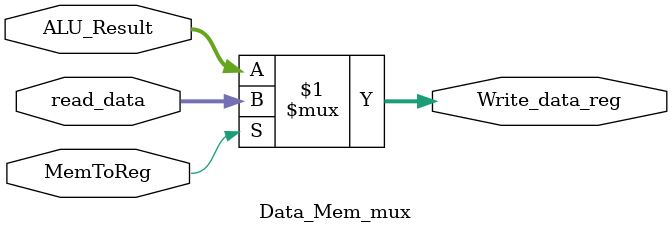
<source format=v>
module Data_Mem_mux (
    input [31:0] ALU_Result,  
    input [31:0] read_data,  
    input MemToReg,         
    output [31:0] Write_data_reg     
);

    assign Write_data_reg = (MemToReg) ? read_data : ALU_Result; 

endmodule

</source>
